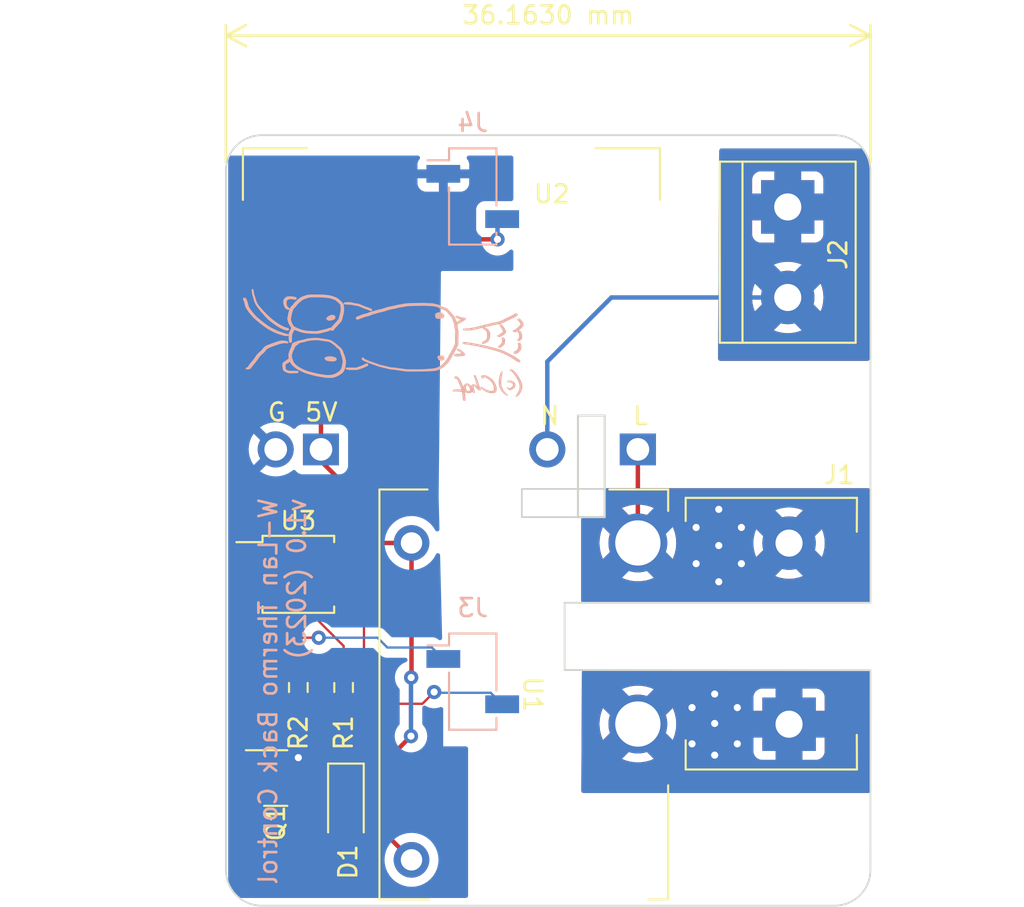
<source format=kicad_pcb>
(kicad_pcb (version 20221018) (generator pcbnew)
  (title_block (company "chof.org"))
  (layers (0 "F.Cu" signal) (31 "B.Cu" signal) (34 "B.Paste" user) (35 "F.Paste" user) (36 "B.SilkS" user "B.Silkscreen") (37 "F.SilkS" user "F.Silkscreen") (38 "B.Mask" user) (39 "F.Mask" user) (44 "Edge.Cuts" user))
  (net 0 "")
  (net 1 "+5V")
  (net 2 "/RELAY_GND")
  (net 3 "LOAD_OUT")
  (net 4 "L")
  (net 5 "N")
  (net 6 "MC_SIGNAL")
  (net 7 "GND")
  (net 8 "Net-(Q1-B)")
  (net 9 "Net-(R1-Pad2)")
  (net 10 "Net-(R2-Pad1)")
  (net 11 "GND1")
  (footprint "Package_TO_SOT_SMD:SOT-23" (layer "F.Cu") (at 72.39 105.41)
    (fp_text reference "Q1" (at 0 2.54 90) (layer "F.SilkS"))
    (fp_text value "SS8050-G")
    (pad "1" smd roundrect (at -0.9375 -0.95) (size 1.475 0.6) (layers "F.Cu" "F.Paste" "F.Mask") (net 8 "Net-(Q1-B)"))
    (pad "2" smd roundrect (at -0.9375 0.95) (size 1.475 0.6) (layers "F.Cu" "F.Paste" "F.Mask") (net 2 "/RELAY_GND"))
    (pad "3" smd roundrect (at 0.9375 0) (size 1.475 0.6) (layers "F.Cu" "F.Paste" "F.Mask") (net 7 "GND"))
  )
  (footprint "Chof747 Footprints:BS6-5-AST-P" (layer "F.Cu") (at 86.31 100.72 -90)
    (fp_text reference "U1" (at 0 -0.5 -90 unlocked) (layer "F.SilkS"))
    (fp_text value "~")
    (pad "1" thru_hole circle (at -8.5 -6.4 270) (size 3.3 3.3) (drill 2.54) (layers "*.Cu" "*.Mask") (net 4 "L"))
    (pad "2" thru_hole circle (at 1.66 -6.4 270) (size 3.3 3.3) (drill 2.54) (layers "*.Cu" "*.Mask") (net 3 "LOAD_OUT"))
    (pad "3" thru_hole circle (at -8.5 6.3 270) (size 2 2) (drill 1.2) (layers "*.Cu" "*.Mask") (net 1 "+5V"))
    (pad "4" thru_hole circle (at 9.28 6.3 270) (size 2 2) (drill 1.2) (layers "*.Cu" "*.Mask") (net 2 "/RELAY_GND"))
  )
  (footprint "Diode_SMD:D_SOD-123F" (layer "F.Cu") (at 76.33 106.81 -90)
    (fp_text reference "D1" (at 3.31 -0.12 90) (layer "F.SilkS"))
    (fp_text value "1N4001")
    (pad "1" smd roundrect (at -1.4 0 270) (size 1.1 1.1) (layers "F.Cu" "F.Paste" "F.Mask") (roundrect_rratio 0.2272727273) (net 1 "+5V"))
    (pad "2" smd roundrect (at 1.4 0 270) (size 1.1 1.1) (layers "F.Cu" "F.Paste" "F.Mask") (roundrect_rratio 0.2272727273) (net 2 "/RELAY_GND"))
  )
  (footprint "Chof747 Footprints:TerminalBlock_2_P10.16mm" (layer "F.Cu") (at 101.1936 102.39 90)
    (fp_text reference "J1" (at 13.997 2.8064) (layer "F.SilkS"))
    (fp_text value "AC / L")
    (pad "1" thru_hole circle (at 10.16 0 90) (size 3 3) (drill 1.52) (layers "*.Cu" "*.Mask") (net 4 "L"))
    (pad "2" thru_hole rect (at 0 0 90) (size 3 3) (drill 1.52) (layers "*.Cu" "*.Mask") (net 3 "LOAD_OUT"))
  )
  (footprint "MountingHole:MountingHole_3.2mm_M3" (layer "F.Cu") (at 102.14 85.56)
    (fp_text reference "H1" hide)
    (fp_text value "MountingHole" hide)
    (pad "" np_thru_hole circle (at 0 0) (size 3.2 3.2) (drill 3.2) (layers "*.Cu" "*.Mask"))
  )
  (footprint "Package_SO:SOP-4_3.8x4.1mm_P2.54mm" (layer "F.Cu") (at 73.66 93.98)
    (fp_text reference "U3" (at 0 -3) (layer "F.SilkS"))
    (fp_text value "PC817")
    (pad "1" smd roundrect (at -2.75 -1.27) (size 1.45 0.55) (layers "F.Cu" "F.Paste" "F.Mask") (net 9 "Net-(R1-Pad2)"))
    (pad "2" smd roundrect (at -2.75 1.27) (size 1.45 0.55) (layers "F.Cu" "F.Paste" "F.Mask") (net 11 "GND1"))
    (pad "3" smd roundrect (at 2.75 1.27) (size 1.45 0.55) (layers "F.Cu" "F.Paste" "F.Mask") (net 10 "Net-(R2-Pad1)"))
    (pad "4" smd roundrect (at 2.75 -1.27) (size 1.45 0.55) (layers "F.Cu" "F.Paste" "F.Mask") (net 1 "+5V"))
  )
  (footprint "Chof747 Footprints:WX-DC12003" (layer "F.Cu") (at 82.55 77.47)
    (fp_text reference "U2" (at 5.334 -4.826 unlocked) (layer "F.SilkS"))
    (fp_text value "WX-DC12003")
    (fp_text user "5V" (at -8.6 8 unlocked) (layer "F.SilkS") (effects (justify left bottom)))
    (fp_text user "L" (at 9.8 8.2 unlocked) (layer "F.SilkS") (effects (justify left bottom)))
    (fp_text user "G" (at -10.7 8 unlocked) (layer "F.SilkS") (effects (justify left bottom)))
    (fp_text user "N" (at 4.6 8.2 unlocked) (layer "F.SilkS") (effects (justify left bottom)))
    (fp_rect (start 6.8 7.6) (end 8.3 13.3) (stroke (width 0.12)) (fill none) (layer "Edge.Cuts"))
    (pad "1" thru_hole rect (at 10.16 9.5) (size 2.023 1.778) (drill 1.27) (layers "*.Cu" "*.Mask") (net 4 "L"))
    (pad "2" thru_hole circle (at 5.08 9.5) (size 2.023 2.023) (drill 1.27) (layers "*.Cu" "*.Mask") (net 5 "N"))
    (pad "3" thru_hole rect (at -7.62 9.5) (size 2.023 1.778) (drill 1.27) (layers "*.Cu" "*.Mask") (net 1 "+5V"))
    (pad "4" thru_hole circle (at -10.16 9.5) (size 2.023 2.023) (drill 1.27) (layers "*.Cu" "*.Mask") (net 7 "GND"))
  )
  (footprint "Resistor_SMD:R_0603_1608Metric_Pad0.98x0.95mm_HandSolder" (layer "F.Cu") (at 76.2 100.33 90)
    (fp_text reference "R1" (at -2.54 0 90) (layer "F.SilkS"))
    (fp_text value "220")
    (pad "1" smd roundrect (at -0.9125 0 90) (size 0.975 0.95) (layers "F.Cu" "F.Paste" "F.Mask") (net 6 "MC_SIGNAL"))
    (pad "2" smd roundrect (at 0.9125 0 90) (size 0.975 0.95) (layers "F.Cu" "F.Paste" "F.Mask") (net 9 "Net-(R1-Pad2)"))
  )
  (footprint "TerminalBlock:TerminalBlock_bornier-2_P5.08mm" (layer "F.Cu") (at 101.120306 73.366727 -90)
    (fp_text reference "J2" (at 2.667 -2.8194 90) (layer "F.SilkS"))
    (fp_text value "AC / N")
    (pad "1" thru_hole rect (at 0 0 270) (size 3 3) (drill 1.52) (layers "*.Cu" "*.Mask") (net 5 "N"))
    (pad "2" thru_hole circle (at 5.08 0 270) (size 3 3) (drill 1.52) (layers "*.Cu" "*.Mask") (net 5 "N"))
  )
  (footprint "Resistor_SMD:R_0603_1608Metric_Pad0.98x0.95mm_HandSolder" (layer "F.Cu") (at 73.66 100.33 -90)
    (fp_text reference "R2" (at 2.54 0 90) (layer "F.SilkS"))
    (fp_text value "1k")
    (pad "1" smd roundrect (at -0.9125 0 270) (size 0.975 0.95) (layers "F.Cu" "F.Paste" "F.Mask") (net 10 "Net-(R2-Pad1)"))
    (pad "2" smd roundrect (at 0.9125 0 270) (size 0.975 0.95) (layers "F.Cu" "F.Paste" "F.Mask") (net 8 "Net-(Q1-B)"))
  )
  (footprint "Connector_PinSocket_2.54mm:PinSocket_1x02_P2.54mm_Vertical_SMD_Pin1Right" (layer "B.Cu") (at 83.445517 100 180)
    (fp_text reference "J3" (at 0 4.14) (layer "B.SilkS") (effects (justify mirror)))
    (fp_text value "Signal")
    (pad "1" smd rect (at 1.65 1.27 180) (size 1.9 1) (layers "B.Cu" "B.Paste" "B.Mask") (net 11 "GND1"))
    (pad "2" smd rect (at -1.65 -1.27 180) (size 1.9 1) (layers "B.Cu" "B.Paste" "B.Mask") (net 6 "MC_SIGNAL"))
  )
  (footprint "Connector_PinSocket_2.54mm:PinSocket_1x02_P2.54mm_Vertical_SMD_Pin1Right" (layer "B.Cu") (at 83.445517 72.7794 180)
    (fp_text reference "J4" (at 0 4.14) (layer "B.SilkS") (effects (justify mirror)))
    (fp_text value "Front PWR")
    (pad "1" smd rect (at 1.65 1.27 180) (size 1.9 1) (layers "B.Cu" "B.Paste" "B.Mask") (net 7 "GND"))
    (pad "2" smd rect (at -1.65 -1.27 180) (size 1.9 1) (layers "B.Cu" "B.Paste" "B.Mask") (net 1 "+5V"))
  )
  (footprint "Chof747 Logos:LOGO large" (layer "B.Cu") (at 78.847987 80.853758 -90)
    (fp_text reference "G***" hide)
    (fp_text value "LOGO" hide)
  )
  (gr_arc (start 103.759 69.342) (mid 105.173214 69.927786) (end 105.759 71.342) (stroke (width 0.1)) (layer "Edge.Cuts"))
  (gr_arc (start 69.596 71.342) (mid 70.181786 69.927786) (end 71.596 69.342) (stroke (width 0.1)) (layer "Edge.Cuts"))
  (gr_rect (start 86.2 89.19) (end 90.85 90.77) (stroke (width 0.1)) (fill none) (layer "Edge.Cuts"))
  (gr_line (start 88.6 99.35) (end 88.6 95.575) (stroke (width 0.1)) (layer "Edge.Cuts"))
  (gr_line (start 88.6 95.575) (end 105.76 95.575) (stroke (width 0.1)) (layer "Edge.Cuts"))
  (gr_arc (start 71.596 112.57) (mid 70.181786 111.984214) (end 69.596 110.57) (stroke (width 0.1)) (layer "Edge.Cuts"))
  (gr_line (start 71.596 69.342) (end 103.759 69.342) (stroke (width 0.1)) (layer "Edge.Cuts"))
  (gr_line (start 103.759 112.57) (end 71.596 112.57) (stroke (width 0.1)) (layer "Edge.Cuts"))
  (gr_line (start 105.759 110.57) (end 105.76 99.36) (stroke (width 0.1)) (layer "Edge.Cuts"))
  (gr_line (start 105.76 99.36) (end 88.6 99.35) (stroke (width 0.1)) (layer "Edge.Cuts"))
  (gr_line (start 105.759 71.342) (end 105.76 95.575) (stroke (width 0.1)) (layer "Edge.Cuts"))
  (gr_line (start 69.596 110.57) (end 69.596 71.342) (stroke (width 0.1)) (layer "Edge.Cuts"))
  (gr_arc (start 105.759 110.57) (mid 105.173214 111.984214) (end 103.759 112.57) (stroke (width 0.1)) (layer "Edge.Cuts"))
  (gr_text "W-Lan Thermo Back Control\nv1.0 (2023)" (at 74.16 89.61 90) (layer "B.SilkS") (effects (font (size 1 1)) (justify left bottom mirror)))
  (dimension (type aligned) (layer "F.SilkS") (pts (xy 105.759 71.342) (xy 69.596 71.342)) (height 7.588) (gr_text "36.1630 mm" (at 87.6775 62.604) (layer "F.SilkS") (effects (font (size 1 1) (thickness 0.15)))) (format (prefix "") (suffix "") (units 3) (units_format 1) (precision 4)) (style (thickness 0.15) (arrow_length 1.27) (text_position_mode 0) (extension_height 0.58642) (extension_offset 0.5) keep_text_aligned))
  (segment (start 76.33 105.41) (end 77.63 105.41) (width 0.25) (layer "F.Cu") (net 1))
  (segment (start 76.2 92.5) (end 76.41 92.71) (width 0.25) (layer "F.Cu") (net 1))
  (segment (start 76.41 92.71) (end 76.9 92.22) (width 0.25) (layer "F.Cu") (net 1))
  (segment (start 77.63 105.41) (end 79.98 103.06) (width 0.25) (layer "F.Cu") (net 1))
  (segment (start 74.93 86.97) (end 74.93 87.63) (width 0.25) (layer "F.Cu") (net 1))
  (segment (start 74.93 83.566) (end 83.312 75.184) (width 0.25) (layer "F.Cu") (net 1))
  (segment (start 79.99 99.77) (end 80.01 99.75) (width 0.25) (layer "F.Cu") (net 1))
  (segment (start 80.01 99.75) (end 80.01 92.22) (width 0.25) (layer "F.Cu") (net 1))
  (segment (start 76.2 88.9) (end 76.2 92.5) (width 0.25) (layer "F.Cu") (net 1))
  (segment (start 84.836 75.184) (end 83.312 75.184) (width 0.25) (layer "F.Cu") (net 1))
  (segment (start 74.93 86.97) (end 74.93 83.566) (width 0.25) (layer "F.Cu") (net 1))
  (segment (start 76.9 92.22) (end 80.01 92.22) (width 0.25) (layer "F.Cu") (net 1))
  (segment (start 74.93 87.63) (end 76.2 88.9) (width 0.25) (layer "F.Cu") (net 1))
  (via (at 79.98 103.06) (size 0.8) (drill 0.4) (layers "F.Cu" "B.Cu") (net 1))
  (via (at 79.99 99.77) (size 0.8) (drill 0.4) (layers "F.Cu" "B.Cu") (net 1))
  (via (at 84.836 75.184) (size 0.8) (drill 0.4) (layers "F.Cu" "B.Cu") (net 1))
  (segment (start 84.836 75.184) (end 84.836 74.308917) (width 0.25) (layer "B.Cu") (net 1))
  (segment (start 79.98 103.06) (end 79.98 99.78) (width 0.25) (layer "B.Cu") (net 1))
  (segment (start 79.98 99.78) (end 79.99 99.77) (width 0.25) (layer "B.Cu") (net 1))
  (segment (start 84.836 74.308917) (end 85.095517 74.0494) (width 0.25) (layer "B.Cu") (net 1))
  (segment (start 71.4525 106.36) (end 73.3025 108.21) (width 0.25) (layer "F.Cu") (net 2))
  (segment (start 78.22 108.21) (end 80.01 110) (width 0.25) (layer "F.Cu") (net 2))
  (segment (start 76.33 108.21) (end 78.22 108.21) (width 0.25) (layer "F.Cu") (net 2))
  (segment (start 73.3025 108.21) (end 76.33 108.21) (width 0.25) (layer "F.Cu") (net 2))
  (via (at 97.02 100.696) (size 0.8) (drill 0.4) (layers "F.Cu" "B.Cu") (net 3))
  (via (at 97.02 102.347) (size 0.8) (drill 0.4) (layers "F.Cu" "B.Cu") (net 3))
  (via (at 97.02 104.125) (size 0.8) (drill 0.4) (layers "F.Cu" "B.Cu") (net 3))
  (via (at 95.75 101.458) (size 0.8) (drill 0.4) (layers "F.Cu" "B.Cu") (net 3))
  (via (at 98.29 101.458) (size 0.8) (drill 0.4) (layers "F.Cu" "B.Cu") (net 3))
  (via (at 98.29 103.49) (size 0.8) (drill 0.4) (layers "F.Cu" "B.Cu") (net 3))
  (via (at 95.75 103.49) (size 0.8) (drill 0.4) (layers "F.Cu" "B.Cu") (net 3))
  (segment (start 92.71 92.22) (end 92.71 86.97) (width 0.25) (layer "F.Cu") (net 4))
  (via (at 98.52 93.382) (size 0.8) (drill 0.4) (layers "F.Cu" "B.Cu") (net 4))
  (via (at 97.25 90.334) (size 0.8) (drill 0.4) (layers "F.Cu" "B.Cu") (net 4))
  (via (at 97.25 92.366) (size 0.8) (drill 0.4) (layers "F.Cu" "B.Cu") (net 4))
  (via (at 98.52 91.35) (size 0.8) (drill 0.4) (layers "F.Cu" "B.Cu") (net 4))
  (via (at 95.98 93.382) (size 0.8) (drill 0.4) (layers "F.Cu" "B.Cu") (net 4))
  (via (at 95.98 91.35) (size 0.8) (drill 0.4) (layers "F.Cu" "B.Cu") (net 4))
  (via (at 97.25 94.398) (size 0.8) (drill 0.4) (layers "F.Cu" "B.Cu") (net 4))
  (segment (start 87.63 82.042) (end 87.63 86.97) (width 0.25) (layer "B.Cu") (net 5))
  (segment (start 100.900327 78.446727) (end 91.225273 78.446727) (width 0.25) (layer "B.Cu") (net 5))
  (segment (start 91.225273 78.446727) (end 87.63 82.042) (width 0.25) (layer "B.Cu") (net 5))
  (segment (start 81.28 100.584) (end 80.6215 101.2425) (width 0.13) (layer "F.Cu") (net 6))
  (segment (start 80.6215 101.2425) (end 76.2 101.2425) (width 0.13) (layer "F.Cu") (net 6))
  (via (at 81.28 100.584) (size 0.8) (drill 0.4) (layers "F.Cu" "B.Cu") (net 6))
  (segment (start 81.28 100.584) (end 81.3226 100.6266) (width 0.13) (layer "B.Cu") (net 6))
  (segment (start 81.3226 100.6266) (end 84.452117 100.6266) (width 0.13) (layer "B.Cu") (net 6))
  (segment (start 84.452117 100.6266) (end 85.095517 101.27) (width 0.13) (layer "B.Cu") (net 6))
  (segment (start 73.66 105.0775) (end 73.3275 105.41) (width 0.25) (layer "F.Cu") (net 7))
  (segment (start 73.66 104.267) (end 73.66 105.0775) (width 0.25) (layer "F.Cu") (net 7))
  (via (at 73.66 104.267) (size 0.8) (drill 0.4) (layers "F.Cu" "B.Cu") (net 7))
  (segment (start 71.4525 104.46) (end 73.66 102.2525) (width 0.13) (layer "F.Cu") (net 8))
  (segment (start 73.66 102.2525) (end 73.66 101.2425) (width 0.13) (layer "F.Cu") (net 8))
  (segment (start 76.2 98) (end 70.91 92.71) (width 0.13) (layer "F.Cu") (net 9))
  (segment (start 76.2 99.4175) (end 76.2 98) (width 0.13) (layer "F.Cu") (net 9))
  (segment (start 77.343 99.822) (end 77.343 96.183) (width 0.13) (layer "F.Cu") (net 10))
  (segment (start 74.5725 100.33) (end 76.835 100.33) (width 0.13) (layer "F.Cu") (net 10))
  (segment (start 73.66 99.4175) (end 74.5725 100.33) (width 0.13) (layer "F.Cu") (net 10))
  (segment (start 76.835 100.33) (end 77.343 99.822) (width 0.13) (layer "F.Cu") (net 10))
  (segment (start 77.343 96.183) (end 76.41 95.25) (width 0.13) (layer "F.Cu") (net 10))
  (segment (start 70.91 95.25) (end 73.196 97.536) (width 0.13) (layer "F.Cu") (net 11))
  (segment (start 73.196 97.536) (end 74.803 97.536) (width 0.13) (layer "F.Cu") (net 11))
  (via (at 74.803 97.536) (size 0.8) (drill 0.4) (layers "F.Cu" "B.Cu") (net 11))
  (segment (start 78.6556 98.0866) (end 81.152117 98.0866) (width 0.13) (layer "B.Cu") (net 11))
  (segment (start 78.105 97.536) (end 78.6556 98.0866) (width 0.13) (layer "B.Cu") (net 11))
  (segment (start 81.152117 98.0866) (end 81.795517 98.73) (width 0.13) (layer "B.Cu") (net 11))
  (segment (start 74.803 97.536) (end 78.105 97.536) (width 0.13) (layer "B.Cu") (net 11))
  (zone (net 3) (net_name "LOAD_OUT") (layers "F&B.Cu") (priority 1) (connect_pads (clearance 0.508)) (min_thickness 0.25) (fill yes (thermal_gap 0.5) (thermal_bridge_width 1.5))
    (polygon (pts (xy 106.426 106.251544) (xy 106.466 98.964544) (xy 89.575 98.964544) (xy 89.535 106.251544)))
  )
  (zone (net 5) (net_name "N") (layers "F&B.Cu") (connect_pads (clearance 0.508)) (min_thickness 0.25) (fill yes (thermal_gap 0.5) (thermal_bridge_width 1.5))
    (polygon (pts (xy 105.787706 70.085727) (xy 97.278706 70.085727) (xy 97.208706 82.002727) (xy 105.717706 82.002727)))
  )
  (zone (net 4) (net_name "L") (layers "F&B.Cu") (priority 1) (connect_pads (clearance 0.508)) (min_thickness 0.25) (fill yes (thermal_gap 0.5) (thermal_bridge_width 1.5))
    (polygon (pts (xy 106.423 96.643) (xy 106.423 89.15) (xy 89.532 89.15) (xy 89.532 96.643)))
  )
  (zone (net 7) (net_name "GND") (layer "B.Cu") (priority 2) (connect_pads (clearance 0.508)) (min_thickness 0.25) (fill yes (thermal_gap 0.5) (thermal_bridge_width 0.5))
    (polygon (pts (xy 85.725 70.485) (xy 69.723 70.485) (xy 69.723 112.141) (xy 83.185 112.141) (xy 83.185 103.632) (xy 81.788 103.632) (xy 81.788 99.949) (xy 81.534 89.662) (xy 81.661 76.962) (xy 85.725 76.962)))
  )
)
</source>
